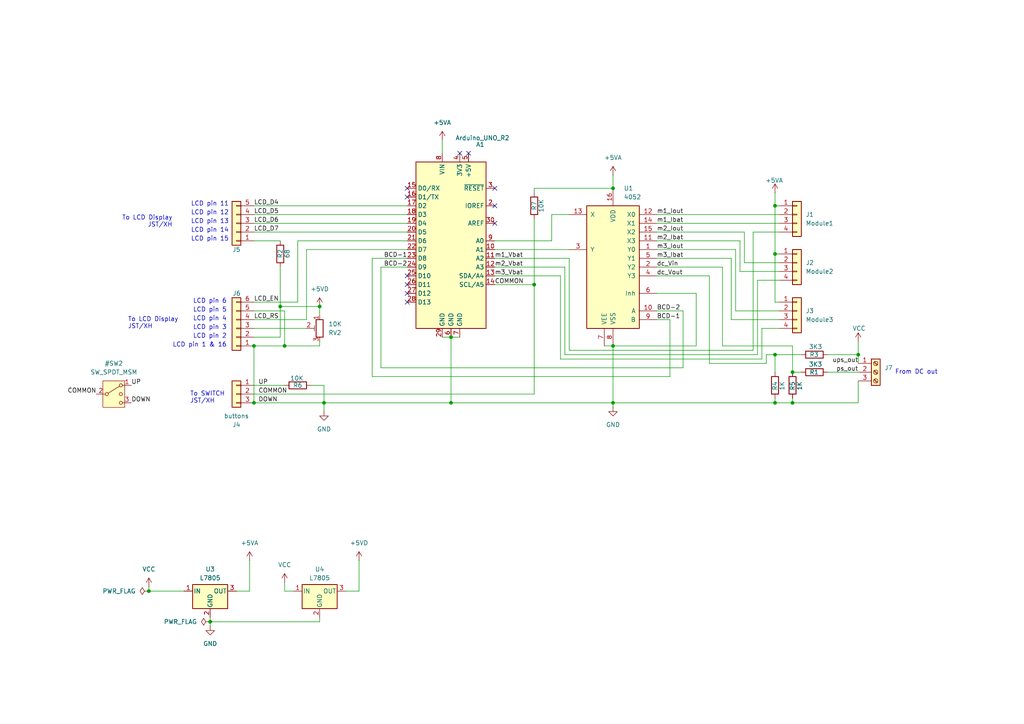
<source format=kicad_sch>
(kicad_sch (version 20250114) (generator "eeschema") (generator_version "9.0")
  (paper "A4")
  (lib_symbols
    (symbol "+5VD_1" (power) (pin_numbers (hide yes)) (pin_names (offset 0) (hide yes))
      (property "Value" "+5VD" (at 0 3.556 0))
      (symbol "+5VD_1_0_1"
        (polyline (pts (xy -0.762 1.27) (xy 0 2.54)))
        (polyline (pts (xy 0 2.54) (xy 0.762 1.27)))
        (polyline (pts (xy 0 0) (xy 0 2.54)))
      )
      (symbol "+5VD_1_1_1"
        (pin power_in line (at 0 0 90) (length 0) (name "~") (number "1"))
      )
    )
    (symbol "4xxx:4052" (pin_names (offset 1.016))
      (property "Reference" "U" (at -7.62 19.05 0))
      (property "Value" "4052" (at -7.62 -19.05 0))
      (symbol "4052_1_0"
        (pin passive line (at -12.7 15.24 0) (length 5.08) (name "X0") (number "12"))
        (pin passive line (at -12.7 12.7 0) (length 5.08) (name "X1") (number "14"))
        (pin passive line (at -12.7 10.16 0) (length 5.08) (name "X2") (number "15"))
        (pin passive line (at -12.7 7.62 0) (length 5.08) (name "X3") (number "11"))
        (pin passive line (at -12.7 5.08 0) (length 5.08) (name "Y0") (number "1"))
        (pin passive line (at -12.7 2.54 0) (length 5.08) (name "Y1") (number "5"))
        (pin passive line (at -12.7 0 0) (length 5.08) (name "Y2") (number "2"))
        (pin passive line (at -12.7 -2.54 0) (length 5.08) (name "Y3") (number "4"))
        (pin input line (at -12.7 -7.62 0) (length 5.08) (name "Inh") (number "6"))
        (pin input line (at -12.7 -12.7 0) (length 5.08) (name "A") (number "10"))
        (pin input line (at -12.7 -15.24 0) (length 5.08) (name "B") (number "9"))
        (pin power_in line (at 0 22.86 270) (length 5.08) (name "VDD") (number "16"))
        (pin power_in line (at 0 -22.86 90) (length 5.08) (name "VSS") (number "8"))
        (pin power_in line (at 2.54 -22.86 90) (length 5.08) (name "VEE") (number "7"))
        (pin passive line (at 12.7 15.24 180) (length 5.08) (name "X") (number "13"))
        (pin passive line (at 12.7 5.08 180) (length 5.08) (name "Y") (number "3"))
      )
      (symbol "4052_1_1"
        (rectangle (start -7.62 17.78) (end 7.62 -17.78) (stroke (width 0.254)) (fill (type background)))
      )
    )
    (symbol "Connector:Screw_Terminal_01x03" (pin_names (offset 1.016) (hide yes))
      (property "Reference" "J" (at 0 5.08 0))
      (property "Value" "Screw_Terminal_01x03" (at 0 -5.08 0))
      (symbol "Screw_Terminal_01x03_1_1"
        (rectangle (start -1.27 3.81) (end 1.27 -3.81) (stroke (width 0.254)) (fill (type background)))
        (polyline (pts (xy -0.5334 2.8702) (xy 0.3302 2.032)) (stroke (width 0.1524)))
        (polyline (pts (xy -0.5334 0.3302) (xy 0.3302 -0.508)) (stroke (width 0.1524)))
        (polyline (pts (xy -0.5334 -2.2098) (xy 0.3302 -3.048)) (stroke (width 0.1524)))
        (polyline (pts (xy -0.3556 3.048) (xy 0.508 2.2098)) (stroke (width 0.1524)))
        (polyline (pts (xy -0.3556 0.508) (xy 0.508 -0.3302)) (stroke (width 0.1524)))
        (polyline (pts (xy -0.3556 -2.032) (xy 0.508 -2.8702)) (stroke (width 0.1524)))
        (circle (center 0 2.54) (radius 0.635) (stroke (width 0.1524)))
        (circle (center 0 0) (radius 0.635) (stroke (width 0.1524)))
        (circle (center 0 -2.54) (radius 0.635) (stroke (width 0.1524)))
        (pin passive line (at -5.08 2.54 0) (length 3.81) (name "Pin_1") (number "1"))
        (pin passive line (at -5.08 0 0) (length 3.81) (name "Pin_2") (number "2"))
        (pin passive line (at -5.08 -2.54 0) (length 3.81) (name "Pin_3") (number "3"))
      )
    )
    (symbol "Connector_Generic:Conn_01x03" (pin_names (offset 1.016) (hide yes))
      (property "Reference" "J" (at 0 5.08 0))
      (property "Value" "Conn_01x03" (at 0 -5.08 0))
      (symbol "Conn_01x03_1_1"
        (rectangle (start -1.27 3.81) (end 1.27 -3.81) (stroke (width 0.254)) (fill (type background)))
        (rectangle (start -1.27 2.667) (end 0 2.413) (stroke (width 0.1524)))
        (rectangle (start -1.27 0.127) (end 0 -0.127) (stroke (width 0.1524)))
        (rectangle (start -1.27 -2.413) (end 0 -2.667) (stroke (width 0.1524)))
        (pin passive line (at -5.08 2.54 0) (length 3.81) (name "Pin_1") (number "1"))
        (pin passive line (at -5.08 0 0) (length 3.81) (name "Pin_2") (number "2"))
        (pin passive line (at -5.08 -2.54 0) (length 3.81) (name "Pin_3") (number "3"))
      )
    )
    (symbol "Connector_Generic:Conn_01x04" (pin_names (offset 1.016) (hide yes))
      (property "Reference" "J" (at 0 5.08 0))
      (property "Value" "Conn_01x04" (at 0 -7.62 0))
      (symbol "Conn_01x04_1_1"
        (rectangle (start -1.27 3.81) (end 1.27 -6.35) (stroke (width 0.254)) (fill (type background)))
        (rectangle (start -1.27 2.667) (end 0 2.413) (stroke (width 0.1524)))
        (rectangle (start -1.27 0.127) (end 0 -0.127) (stroke (width 0.1524)))
        (rectangle (start -1.27 -2.413) (end 0 -2.667) (stroke (width 0.1524)))
        (rectangle (start -1.27 -4.953) (end 0 -5.207) (stroke (width 0.1524)))
        (pin passive line (at -5.08 2.54 0) (length 3.81) (name "Pin_1") (number "1"))
        (pin passive line (at -5.08 0 0) (length 3.81) (name "Pin_2") (number "2"))
        (pin passive line (at -5.08 -2.54 0) (length 3.81) (name "Pin_3") (number "3"))
        (pin passive line (at -5.08 -5.08 0) (length 3.81) (name "Pin_4") (number "4"))
      )
    )
    (symbol "Connector_Generic:Conn_01x05" (pin_names (offset 1.016) (hide yes))
      (property "Reference" "J" (at 0 7.62 0))
      (property "Value" "Conn_01x05" (at 0 -7.62 0))
      (symbol "Conn_01x05_1_1"
        (rectangle (start -1.27 6.35) (end 1.27 -6.35) (stroke (width 0.254)) (fill (type background)))
        (rectangle (start -1.27 5.207) (end 0 4.953) (stroke (width 0.1524)))
        (rectangle (start -1.27 2.667) (end 0 2.413) (stroke (width 0.1524)))
        (rectangle (start -1.27 0.127) (end 0 -0.127) (stroke (width 0.1524)))
        (rectangle (start -1.27 -2.413) (end 0 -2.667) (stroke (width 0.1524)))
        (rectangle (start -1.27 -4.953) (end 0 -5.207) (stroke (width 0.1524)))
        (pin passive line (at -5.08 5.08 0) (length 3.81) (name "Pin_1") (number "1"))
        (pin passive line (at -5.08 2.54 0) (length 3.81) (name "Pin_2") (number "2"))
        (pin passive line (at -5.08 0 0) (length 3.81) (name "Pin_3") (number "3"))
        (pin passive line (at -5.08 -2.54 0) (length 3.81) (name "Pin_4") (number "4"))
        (pin passive line (at -5.08 -5.08 0) (length 3.81) (name "Pin_5") (number "5"))
      )
    )
    (symbol "Connector_Generic:Conn_01x06" (pin_names (offset 1.016) (hide yes))
      (property "Reference" "J" (at 0 7.62 0))
      (property "Value" "Conn_01x06" (at 0 -10.16 0))
      (symbol "Conn_01x06_1_1"
        (rectangle (start -1.27 6.35) (end 1.27 -8.89) (stroke (width 0.254)) (fill (type background)))
        (rectangle (start -1.27 5.207) (end 0 4.953) (stroke (width 0.1524)))
        (rectangle (start -1.27 2.667) (end 0 2.413) (stroke (width 0.1524)))
        (rectangle (start -1.27 0.127) (end 0 -0.127) (stroke (width 0.1524)))
        (rectangle (start -1.27 -2.413) (end 0 -2.667) (stroke (width 0.1524)))
        (rectangle (start -1.27 -4.953) (end 0 -5.207) (stroke (width 0.1524)))
        (rectangle (start -1.27 -7.493) (end 0 -7.747) (stroke (width 0.1524)))
        (pin passive line (at -5.08 5.08 0) (length 3.81) (name "Pin_1") (number "1"))
        (pin passive line (at -5.08 2.54 0) (length 3.81) (name "Pin_2") (number "2"))
        (pin passive line (at -5.08 0 0) (length 3.81) (name "Pin_3") (number "3"))
        (pin passive line (at -5.08 -2.54 0) (length 3.81) (name "Pin_4") (number "4"))
        (pin passive line (at -5.08 -5.08 0) (length 3.81) (name "Pin_5") (number "5"))
        (pin passive line (at -5.08 -7.62 0) (length 3.81) (name "Pin_6") (number "6"))
      )
    )
    (symbol "Device:R" (pin_numbers (hide yes)) (pin_names (offset 0))
      (property "Reference" "R" (at 2.032 0 90))
      (property "Value" "R" (at 0 0 90))
      (symbol "R_0_1"
        (rectangle (start -1.016 -2.54) (end 1.016 2.54) (stroke (width 0.254)))
      )
      (symbol "R_1_1"
        (pin passive line (at 0 3.81 270) (length 1.27) (name "~") (number "1"))
        (pin passive line (at 0 -3.81 90) (length 1.27) (name "~") (number "2"))
      )
    )
    (symbol "Device:R_Potentiometer_Trim" (pin_names (offset 1.016) (hide yes))
      (property "Reference" "RV" (at -4.445 0 90))
      (property "Value" "R_Potentiometer_Trim" (at -2.54 0 90))
      (symbol "R_Potentiometer_Trim_0_1"
        (rectangle (start 1.016 2.54) (end -1.016 -2.54) (stroke (width 0.254)))
        (polyline (pts (xy 1.524 0.762) (xy 1.524 -0.762)))
        (polyline (pts (xy 2.54 0) (xy 1.524 0)))
      )
      (symbol "R_Potentiometer_Trim_1_1"
        (pin passive line (at 0 3.81 270) (length 1.27) (name "1") (number "1"))
        (pin passive line (at 0 -3.81 90) (length 1.27) (name "3") (number "3"))
        (pin passive line (at 3.81 0 180) (length 1.27) (name "2") (number "2"))
      )
    )
    (symbol "MCU_Module:Arduino_UNO_R2"
      (property "Reference" "A" (at -10.16 23.495 0))
      (property "Value" "Arduino_UNO_R2" (at 5.08 -26.67 0))
      (symbol "Arduino_UNO_R2_0_1"
        (rectangle (start -10.16 22.86) (end 10.16 -25.4) (stroke (width 0.254)) (fill (type background)))
      )
      (symbol "Arduino_UNO_R2_1_1"
        (pin bidirectional line (at -12.7 15.24 0) (length 2.54) (name "D0/RX") (number "15"))
        (pin bidirectional line (at -12.7 12.7 0) (length 2.54) (name "D1/TX") (number "16"))
        (pin bidirectional line (at -12.7 10.16 0) (length 2.54) (name "D2") (number "17"))
        (pin bidirectional line (at -12.7 7.62 0) (length 2.54) (name "D3") (number "18"))
        (pin bidirectional line (at -12.7 5.08 0) (length 2.54) (name "D4") (number "19"))
        (pin bidirectional line (at -12.7 2.54 0) (length 2.54) (name "D5") (number "20"))
        (pin bidirectional line (at -12.7 0 0) (length 2.54) (name "D6") (number "21"))
        (pin bidirectional line (at -12.7 -2.54 0) (length 2.54) (name "D7") (number "22"))
        (pin bidirectional line (at -12.7 -5.08 0) (length 2.54) (name "D8") (number "23"))
        (pin bidirectional line (at -12.7 -7.62 0) (length 2.54) (name "D9") (number "24"))
        (pin bidirectional line (at -12.7 -10.16 0) (length 2.54) (name "D10") (number "25"))
        (pin bidirectional line (at -12.7 -12.7 0) (length 2.54) (name "D11") (number "26"))
        (pin bidirectional line (at -12.7 -15.24 0) (length 2.54) (name "D12") (number "27"))
        (pin bidirectional line (at -12.7 -17.78 0) (length 2.54) (name "D13") (number "28"))
        (pin no_connect line (at -10.16 -20.32 0) (length 2.54) (hide yes) (name "NC") (number "1"))
        (pin power_in line (at -2.54 25.4 270) (length 2.54) (name "VIN") (number "8"))
        (pin power_in line (at -2.54 -27.94 90) (length 2.54) (name "GND") (number "29"))
        (pin power_in line (at 0 -27.94 90) (length 2.54) (name "GND") (number "6"))
        (pin power_out line (at 2.54 25.4 270) (length 2.54) (name "3V3") (number "4"))
        (pin power_in line (at 2.54 -27.94 90) (length 2.54) (name "GND") (number "7"))
        (pin power_out line (at 5.08 25.4 270) (length 2.54) (name "+5V") (number "5"))
        (pin input line (at 12.7 15.24 180) (length 2.54) (name "~{RESET}") (number "3"))
        (pin output line (at 12.7 10.16 180) (length 2.54) (name "IOREF") (number "2"))
        (pin input line (at 12.7 5.08 180) (length 2.54) (name "AREF") (number "30"))
        (pin bidirectional line (at 12.7 0 180) (length 2.54) (name "A0") (number "9"))
        (pin bidirectional line (at 12.7 -2.54 180) (length 2.54) (name "A1") (number "10"))
        (pin bidirectional line (at 12.7 -5.08 180) (length 2.54) (name "A2") (number "11"))
        (pin bidirectional line (at 12.7 -7.62 180) (length 2.54) (name "A3") (number "12"))
        (pin bidirectional line (at 12.7 -10.16 180) (length 2.54) (name "SDA/A4") (number "13"))
        (pin bidirectional line (at 12.7 -12.7 180) (length 2.54) (name "SCL/A5") (number "14"))
      )
    )
    (symbol "Regulator_Linear:L7805" (pin_names (offset 0.254))
      (property "Reference" "U" (at -3.81 3.175 0))
      (property "Value" "L7805" (at 0 3.175 0))
      (symbol "L7805_0_1"
        (rectangle (start -5.08 1.905) (end 5.08 -5.08) (stroke (width 0.254)) (fill (type background)))
      )
      (symbol "L7805_1_1"
        (pin power_in line (at -7.62 0 0) (length 2.54) (name "IN") (number "1"))
        (pin power_in line (at 0 -7.62 90) (length 2.54) (name "GND") (number "2"))
        (pin power_out line (at 7.62 0 180) (length 2.54) (name "OUT") (number "3"))
      )
    )
    (symbol "Switch:SW_SPDT_MSM" (pin_names (offset 0) (hide yes))
      (property "Reference" "SW" (at 0 5.08 0))
      (property "Value" "SW_SPDT_MSM" (at 0 -5.08 0))
      (symbol "SW_SPDT_MSM_0_1"
        (circle (center -2.032 0) (radius 0.4572))
        (polyline (pts (xy -1.651 0.254) (xy 1.651 2.286)))
        (circle (center 2.032 2.54) (radius 0.4572))
        (circle (center 2.032 0) (radius 0.4572))
        (circle (center 2.032 -2.54) (radius 0.4572))
      )
      (symbol "SW_SPDT_MSM_1_1"
        (rectangle (start -3.175 3.81) (end 3.175 -3.81) (fill (type background)))
        (pin passive line (at -5.08 0 0) (length 2.54) (name "3") (number "2"))
        (pin passive line (at 5.08 2.54 180) (length 2.54) (name "1") (number "1"))
        (pin passive line (at 5.08 -2.54 180) (length 2.54) (name "4") (number "3"))
      )
    )
    (symbol "power:+5VA" (power) (pin_numbers (hide yes)) (pin_names (offset 0) (hide yes))
      (property "Value" "+5VA" (at 0 3.556 0))
      (symbol "+5VA_0_1"
        (polyline (pts (xy -0.762 1.27) (xy 0 2.54)))
        (polyline (pts (xy 0 2.54) (xy 0.762 1.27)))
        (polyline (pts (xy 0 0) (xy 0 2.54)))
      )
      (symbol "+5VA_1_1"
        (pin power_in line (at 0 0 90) (length 0) (name "~") (number "1"))
      )
    )
    (symbol "power:GND" (power) (pin_numbers (hide yes)) (pin_names (offset 0) (hide yes))
      (property "Value" "GND" (at 0 -3.81 0))
      (symbol "GND_0_1"
        (polyline (pts (xy 0 0) (xy 0 -1.27) (xy 1.27 -1.27) (xy 0 -2.54) (xy -1.27 -1.27) (xy 0 -1.27)))
      )
      (symbol "GND_1_1"
        (pin power_in line (at 0 0 270) (length 0) (name "~") (number "1"))
      )
    )
    (symbol "power:PWR_FLAG" (power) (pin_numbers (hide yes)) (pin_names (offset 0) (hide yes))
      (property "Value" "PWR_FLAG" (at 0 3.81 0))
      (symbol "PWR_FLAG_0_0"
        (pin power_out line (at 0 0 90) (length 0) (name "~") (number "1"))
      )
      (symbol "PWR_FLAG_0_1"
        (polyline (pts (xy 0 0) (xy 0 1.27) (xy -1.016 1.905) (xy 0 2.54) (xy 1.016 1.905) (xy 0 1.27)))
      )
    )
    (symbol "power:VCC" (power) (pin_numbers (hide yes)) (pin_names (offset 0) (hide yes))
      (property "Value" "VCC" (at 0 3.556 0))
      (symbol "VCC_0_1"
        (polyline (pts (xy -0.762 1.27) (xy 0 2.54)))
        (polyline (pts (xy 0 2.54) (xy 0.762 1.27)))
        (polyline (pts (xy 0 0) (xy 0 2.54)))
      )
      (symbol "VCC_1_1"
        (pin power_in line (at 0 0 90) (length 0) (name "~") (number "1"))
      )
    )
  )
  (text "LCD pin 13" (at 55.372 65.024 0) (effects (font (size 1.27 1.27)) (justify left bottom)))
  (text "LCD pin 3" (at 65.786 95.758 0) (effects (font (size 1.27 1.27)) (justify right bottom)))
  (text "LCD pin 11" (at 55.372 59.944 0) (effects (font (size 1.27 1.27)) (justify left bottom)))
  (text "LCD pin 15" (at 55.372 70.104 0) (effects (font (size 1.27 1.27)) (justify left bottom)))
  (text "To SWITCH\nJST/XH" (at 55.118 117.094 0) (effects (font (size 1.27 1.27)) (justify left bottom)))
  (text "LCD pin 14" (at 55.372 67.564 0) (effects (font (size 1.27 1.27)) (justify left bottom)))
  (text "To LCD Display\nJST/XH" (at 37.084 95.504 0) (effects (font (size 1.27 1.27)) (justify left bottom)))
  (text "LCD pin 1 & 16" (at 65.786 100.838 0) (effects (font (size 1.27 1.27)) (justify right bottom)))
  (text "LCD pin 12" (at 55.372 62.484 0) (effects (font (size 1.27 1.27)) (justify left bottom)))
  (text "LCD pin 5" (at 65.786 90.678 0) (effects (font (size 1.27 1.27)) (justify right bottom)))
  (text "LCD pin 4" (at 65.786 93.218 0) (effects (font (size 1.27 1.27)) (justify right bottom)))
  (text "LCD pin 6" (at 65.786 88.138 0) (effects (font (size 1.27 1.27)) (justify right bottom)))
  (text "To LCD Display\nJST/XH" (at 50.038 66.04 0) (effects (font (size 1.27 1.27)) (justify right bottom)))
  (text "LCD pin 2" (at 65.786 98.298 0) (effects (font (size 1.27 1.27)) (justify right bottom)))
  (text "From DC out" (at 259.588 108.712 0) (effects (font (size 1.27 1.27)) (justify left bottom)))
  (junction (at 43.18 171.45))
  (junction (at 224.79 59.69))
  (junction (at 60.96 180.34))
  (junction (at 81.28 88.9))
  (junction (at 130.81 116.84))
  (junction (at 177.8 54.61))
  (junction (at 224.79 116.84))
  (junction (at 73.66 100.33))
  (junction (at 154.94 82.55))
  (junction (at 177.8 100.33))
  (junction (at 248.92 102.87))
  (junction (at 224.79 73.66))
  (junction (at 93.98 116.84))
  (junction (at 229.87 107.95))
  (junction (at 92.71 88.9))
  (junction (at 224.79 102.87))
  (junction (at 229.87 116.84))
  (junction (at 130.81 97.79))
  (junction (at 82.55 100.33))
  (junction (at 177.8 116.84))
  (junction (at 73.66 116.84))
  (no_connect (at 118.11 57.15))
  (no_connect (at 143.51 59.69))
  (no_connect (at 143.51 54.61))
  (no_connect (at 133.35 44.45))
  (no_connect (at 118.11 85.09))
  (no_connect (at 118.11 87.63))
  (no_connect (at 135.89 44.45))
  (no_connect (at 118.11 54.61))
  (no_connect (at 118.11 82.55))
  (no_connect (at 143.51 64.77))
  (no_connect (at 118.11 80.01))
  (wire (pts (xy 177.8 100.33) (xy 177.8 116.84)))
  (wire (pts (xy 162.56 104.14) (xy 220.98 104.14)))
  (wire (pts (xy 212.09 74.93) (xy 212.09 92.71)))
  (wire (pts (xy 154.94 82.55) (xy 154.94 114.3)))
  (wire (pts (xy 73.66 100.33) (xy 73.66 116.84)))
  (wire (pts (xy 224.79 73.66) (xy 226.06 73.66)))
  (wire (pts (xy 224.79 59.69) (xy 224.79 73.66)))
  (wire (pts (xy 154.94 54.61) (xy 154.94 55.88)))
  (wire (pts (xy 73.66 90.17) (xy 82.55 90.17)))
  (wire (pts (xy 177.8 54.61) (xy 154.94 54.61)))
  (wire (pts (xy 229.87 107.95) (xy 232.41 107.95)))
  (wire (pts (xy 215.9 76.2) (xy 226.06 76.2)))
  (wire (pts (xy 82.55 100.33) (xy 92.71 100.33)))
  (wire (pts (xy 43.18 171.45) (xy 53.34 171.45)))
  (wire (pts (xy 92.71 88.9) (xy 92.71 91.44)))
  (wire (pts (xy 177.8 100.33) (xy 201.93 100.33)))
  (wire (pts (xy 194.31 92.71) (xy 194.31 109.22)))
  (wire (pts (xy 60.96 180.34) (xy 60.96 181.61)))
  (wire (pts (xy 224.79 102.87) (xy 222.25 102.87)))
  (wire (pts (xy 93.98 116.84) (xy 130.81 116.84)))
  (wire (pts (xy 43.18 170.18) (xy 43.18 171.45)))
  (wire (pts (xy 190.5 85.09) (xy 201.93 85.09)))
  (wire (pts (xy 190.5 62.23) (xy 226.06 62.23)))
  (wire (pts (xy 165.1 74.93) (xy 165.1 101.6)))
  (wire (pts (xy 73.66 87.63) (xy 86.36 87.63)))
  (wire (pts (xy 190.5 64.77) (xy 226.06 64.77)))
  (wire (pts (xy 224.79 59.69) (xy 226.06 59.69)))
  (wire (pts (xy 88.9 92.71) (xy 88.9 72.39)))
  (wire (pts (xy 209.55 100.33) (xy 229.87 100.33)))
  (wire (pts (xy 175.26 100.33) (xy 177.8 100.33)))
  (wire (pts (xy 88.9 72.39) (xy 118.11 72.39)))
  (wire (pts (xy 163.83 77.47) (xy 163.83 102.87)))
  (wire (pts (xy 177.8 116.84) (xy 177.8 118.11)))
  (wire (pts (xy 190.5 69.85) (xy 214.63 69.85)))
  (wire (pts (xy 213.36 90.17) (xy 226.06 90.17)))
  (wire (pts (xy 212.09 92.71) (xy 226.06 92.71)))
  (wire (pts (xy 190.5 90.17) (xy 198.12 90.17)))
  (wire (pts (xy 229.87 116.84) (xy 248.92 116.84)))
  (wire (pts (xy 190.5 92.71) (xy 194.31 92.71)))
  (wire (pts (xy 92.71 180.34) (xy 92.71 179.07)))
  (wire (pts (xy 198.12 90.17) (xy 198.12 106.68)))
  (wire (pts (xy 163.83 102.87) (xy 219.71 102.87)))
  (wire (pts (xy 209.55 77.47) (xy 209.55 100.33)))
  (wire (pts (xy 60.96 180.34) (xy 92.71 180.34)))
  (wire (pts (xy 224.79 55.88) (xy 224.79 59.69)))
  (wire (pts (xy 224.79 87.63) (xy 226.06 87.63)))
  (wire (pts (xy 73.66 69.85) (xy 81.28 69.85)))
  (wire (pts (xy 73.66 92.71) (xy 88.9 92.71)))
  (wire (pts (xy 72.39 171.45) (xy 68.58 171.45)))
  (wire (pts (xy 73.66 95.25) (xy 88.9 95.25)))
  (wire (pts (xy 224.79 102.87) (xy 224.79 107.95)))
  (wire (pts (xy 248.92 99.06) (xy 248.92 102.87)))
  (wire (pts (xy 82.55 171.45) (xy 85.09 171.45)))
  (wire (pts (xy 219.71 102.87) (xy 219.71 81.28)))
  (wire (pts (xy 232.41 102.87) (xy 224.79 102.87)))
  (wire (pts (xy 104.14 162.56) (xy 104.14 171.45)))
  (wire (pts (xy 160.02 62.23) (xy 160.02 69.85)))
  (wire (pts (xy 81.28 97.79) (xy 81.28 88.9)))
  (wire (pts (xy 154.94 63.5) (xy 154.94 82.55)))
  (wire (pts (xy 73.66 59.69) (xy 118.11 59.69)))
  (wire (pts (xy 143.51 69.85) (xy 160.02 69.85)))
  (wire (pts (xy 73.66 62.23) (xy 118.11 62.23)))
  (wire (pts (xy 220.98 95.25) (xy 226.06 95.25)))
  (wire (pts (xy 177.8 116.84) (xy 224.79 116.84)))
  (wire (pts (xy 190.5 77.47) (xy 209.55 77.47)))
  (wire (pts (xy 143.51 77.47) (xy 163.83 77.47)))
  (wire (pts (xy 224.79 73.66) (xy 224.79 87.63)))
  (wire (pts (xy 177.8 50.8) (xy 177.8 54.61)))
  (wire (pts (xy 130.81 116.84) (xy 177.8 116.84)))
  (wire (pts (xy 73.66 67.31) (xy 118.11 67.31)))
  (wire (pts (xy 107.95 109.22) (xy 194.31 109.22)))
  (wire (pts (xy 214.63 69.85) (xy 214.63 78.74)))
  (wire (pts (xy 73.66 100.33) (xy 82.55 100.33)))
  (wire (pts (xy 81.28 88.9) (xy 92.71 88.9)))
  (wire (pts (xy 110.49 106.68) (xy 110.49 77.47)))
  (wire (pts (xy 190.5 72.39) (xy 213.36 72.39)))
  (wire (pts (xy 248.92 102.87) (xy 248.92 105.41)))
  (wire (pts (xy 214.63 78.74) (xy 226.06 78.74)))
  (wire (pts (xy 130.81 97.79) (xy 130.81 116.84)))
  (wire (pts (xy 72.39 162.56) (xy 72.39 171.45)))
  (wire (pts (xy 93.98 111.76) (xy 93.98 116.84)))
  (wire (pts (xy 215.9 67.31) (xy 215.9 76.2)))
  (wire (pts (xy 219.71 81.28) (xy 226.06 81.28)))
  (wire (pts (xy 165.1 101.6) (xy 218.44 101.6)))
  (wire (pts (xy 73.66 114.3) (xy 154.94 114.3)))
  (wire (pts (xy 73.66 116.84) (xy 93.98 116.84)))
  (wire (pts (xy 73.66 111.76) (xy 82.55 111.76)))
  (wire (pts (xy 218.44 101.6) (xy 218.44 67.31)))
  (wire (pts (xy 190.5 67.31) (xy 215.9 67.31)))
  (wire (pts (xy 213.36 72.39) (xy 213.36 90.17)))
  (wire (pts (xy 73.66 97.79) (xy 81.28 97.79)))
  (wire (pts (xy 90.17 111.76) (xy 93.98 111.76)))
  (wire (pts (xy 162.56 80.01) (xy 162.56 104.14)))
  (wire (pts (xy 143.51 80.01) (xy 162.56 80.01)))
  (wire (pts (xy 190.5 80.01) (xy 205.74 80.01)))
  (wire (pts (xy 143.51 82.55) (xy 154.94 82.55)))
  (wire (pts (xy 224.79 116.84) (xy 229.87 116.84)))
  (wire (pts (xy 218.44 67.31) (xy 226.06 67.31)))
  (wire (pts (xy 86.36 87.63) (xy 86.36 69.85)))
  (wire (pts (xy 222.25 102.87) (xy 222.25 105.41)))
  (wire (pts (xy 190.5 74.93) (xy 212.09 74.93)))
  (wire (pts (xy 128.27 40.64) (xy 128.27 44.45)))
  (wire (pts (xy 81.28 88.9) (xy 81.28 77.47)))
  (wire (pts (xy 165.1 62.23) (xy 160.02 62.23)))
  (wire (pts (xy 93.98 116.84) (xy 93.98 119.38)))
  (wire (pts (xy 143.51 74.93) (xy 165.1 74.93)))
  (wire (pts (xy 240.03 102.87) (xy 248.92 102.87)))
  (wire (pts (xy 118.11 74.93) (xy 107.95 74.93)))
  (wire (pts (xy 82.55 90.17) (xy 82.55 100.33)))
  (wire (pts (xy 107.95 74.93) (xy 107.95 109.22)))
  (wire (pts (xy 73.66 64.77) (xy 118.11 64.77)))
  (wire (pts (xy 222.25 105.41) (xy 205.74 105.41)))
  (wire (pts (xy 60.96 179.07) (xy 60.96 180.34)))
  (wire (pts (xy 229.87 115.57) (xy 229.87 116.84)))
  (wire (pts (xy 110.49 106.68) (xy 198.12 106.68)))
  (wire (pts (xy 229.87 100.33) (xy 229.87 107.95)))
  (wire (pts (xy 201.93 85.09) (xy 201.93 100.33)))
  (wire (pts (xy 248.92 116.84) (xy 248.92 110.49)))
  (wire (pts (xy 143.51 72.39) (xy 165.1 72.39)))
  (wire (pts (xy 92.71 100.33) (xy 92.71 99.06)))
  (wire (pts (xy 240.03 107.95) (xy 248.92 107.95)))
  (wire (pts (xy 220.98 95.25) (xy 220.98 104.14)))
  (wire (pts (xy 86.36 69.85) (xy 118.11 69.85)))
  (wire (pts (xy 130.81 97.79) (xy 133.35 97.79)))
  (wire (pts (xy 104.14 171.45) (xy 100.33 171.45)))
  (wire (pts (xy 82.55 168.91) (xy 82.55 171.45)))
  (wire (pts (xy 205.74 80.01) (xy 205.74 105.41)))
  (wire (pts (xy 128.27 97.79) (xy 130.81 97.79)))
  (wire (pts (xy 110.49 77.47) (xy 118.11 77.47)))
  (wire (pts (xy 224.79 115.57) (xy 224.79 116.84)))
  (label "ps_out" (at 248.92 107.95 180))
  (label "LCD_RS" (at 73.66 92.71 0))
  (label "COMMON" (at 74.93 114.3 0))
  (label "BCD-1" (at 118.11 74.93 180))
  (label "DOWN" (at 38.1 116.84 0))
  (label "m1_Vbat" (at 143.51 74.93 0))
  (label "m3_Vbat" (at 143.51 80.01 0))
  (label "LCD_D6" (at 73.66 64.77 0))
  (label "dc_Vin" (at 190.5 77.47 0))
  (label "BCD-2" (at 118.11 77.47 180))
  (label "DOWN" (at 74.93 116.84 0))
  (label "m3_Iout" (at 190.5 72.39 0))
  (label "m1_Ibat" (at 190.5 64.77 0))
  (label "UP" (at 74.93 111.76 0))
  (label "COMMON" (at 143.51 82.55 0))
  (label "m2_Iout" (at 190.5 67.31 0))
  (label "m3_Ibat" (at 190.5 74.93 0))
  (label "m2_Ibat" (at 190.5 69.85 0))
  (label "m2_Vbat" (at 143.51 77.47 0))
  (label "BCD-1" (at 190.5 92.71 0))
  (label "BCD-2" (at 190.5 90.17 0))
  (label "UP" (at 38.1 111.76 0))
  (label "COMMON" (at 27.94 114.3 180))
  (label "LCD_D5" (at 73.66 62.23 0))
  (label "LCD_D7" (at 73.66 67.31 0))
  (label "dc_Vout" (at 190.5 80.01 0))
  (label "ups_out" (at 248.92 105.41 180))
  (label "m1_Iout" (at 190.5 62.23 0))
  (label "LCD_EN" (at 73.66 87.63 0))
  (label "LCD_D4" (at 73.66 59.69 0))
  (symbol (lib_id "Connector_Generic:Conn_01x04") (at 231.14 62.23 0) (unit 1)
    (property "Reference" "J1" (at 233.68 62.2299 0) (effects (justify left)))
    (property "Value" "Module1" (at 233.68 64.7699 0) (effects (justify left)))
    (property "Footprint" "Connector_JST:JST_XH_B4B-XH-A_1x04_P2.50mm_Vertical" (effects (hide yes)))
    (property "Description" "Generic connector, single row, 01x04, script generated (kicad-library-utils/schlib/autogen/connector/)" (effects (hide yes)))
  )
  (symbol (lib_id "power:GND") (at 177.8 118.11 0) (unit 1)
    (property "Reference" "#PWR015" (effects (hide yes)))
    (property "Value" "GND" (at 177.8 123.19 0))
    (property "Description" "Power symbol creates a global label with name \"GND\" , ground" (effects (hide yes)))
  )
  (symbol (lib_id "power:+5VA") (at 72.39 162.56 0) (unit 1)
    (property "Reference" "#PWR08" (effects (hide yes)))
    (property "Value" "+5VA" (at 72.39 157.48 0))
    (property "Description" "Power symbol creates a global label with name \"+5VA\"" (effects (hide yes)))
  )
  (symbol (lib_id "Device:R") (at 154.94 59.69 180) (unit 1)
    (property "Reference" "R7" (at 154.94 59.69 90))
    (property "Value" "10K" (at 156.972 59.69 90))
    (property "Footprint" "Resistor_THT:R_Axial_DIN0204_L3.6mm_D1.6mm_P7.62mm_Horizontal" (effects (hide yes)))
    (property "Description" "Resistor" (effects (hide yes)))
  )
  (symbol (lib_id "power:PWR_FLAG") (at 43.18 171.45 90) (unit 1)
    (property "Reference" "#FLG03" (effects (hide yes)))
    (property "Value" "PWR_FLAG" (at 39.37 171.4499 90) (effects (justify left)))
    (property "Description" "Special symbol for telling ERC where power comes from" (effects (hide yes)))
  )
  (symbol (lib_id "Connector_Generic:Conn_01x03") (at 68.58 114.3 0) (mirror y) (unit 1)
    (property "Reference" "J4" (at 68.58 123.19 0))
    (property "Value" "buttons" (at 68.58 120.65 0))
    (property "Footprint" "Connector_JST:JST_XH_B3B-XH-A_1x03_P2.50mm_Vertical" (effects (hide yes)))
    (property "Description" "Generic connector, single row, 01x03, script generated (kicad-library-utils/schlib/autogen/connector/)" (effects (hide yes)))
  )
  (symbol (lib_id "power:GND") (at 93.98 119.38 0) (unit 1)
    (property "Reference" "#PWR06" (effects (hide yes)))
    (property "Value" "GND" (at 93.98 124.46 0))
    (property "Description" "Power symbol creates a global label with name \"GND\" , ground" (effects (hide yes)))
  )
  (symbol (lib_id "power:VCC") (at 82.55 168.91 0) (unit 1)
    (property "Reference" "#PWR07" (effects (hide yes)))
    (property "Value" "VCC" (at 82.55 163.83 0))
    (property "Description" "Power symbol creates a global label with name \"VCC\"" (effects (hide yes)))
  )
  (symbol (lib_id "power:PWR_FLAG") (at 60.96 180.34 90) (unit 1)
    (property "Reference" "#FLG04" (effects (hide yes)))
    (property "Value" "PWR_FLAG" (at 57.15 180.3399 90) (effects (justify left)))
    (property "Description" "Special symbol for telling ERC where power comes from" (effects (hide yes)))
  )
  (symbol (lib_id "Regulator_Linear:L7805") (at 60.96 171.45 0) (unit 1)
    (property "Reference" "U3" (at 60.96 165.1 0))
    (property "Value" "L7805" (at 60.96 167.64 0))
    (property "Footprint" "Package_TO_SOT_THT:TO-220-3_Vertical" (effects (hide yes)))
    (property "Datasheet" "http://www.st.com/content/ccc/resource/technical/document/datasheet/41/4f/b3/b0/12/d4/47/88/CD00000444.pdf/files/CD00000444.pdf/jcr:content/translations/en.CD00000444.pdf" (effects (hide yes)))
    (property "Description" "Positive 1.5A 35V Linear Regulator, Fixed Output 5V, TO-220/TO-263/TO-252" (effects (hide yes)))
  )
  (symbol (lib_id "Device:R") (at 224.79 111.76 0) (unit 1)
    (property "Reference" "R4" (at 224.79 113.284 90) (effects (justify left)))
    (property "Value" "1K" (at 226.822 113.284 90) (effects (justify left)))
    (property "Footprint" "Resistor_THT:R_Axial_DIN0204_L3.6mm_D1.6mm_P7.62mm_Horizontal" (effects (hide yes)))
    (property "Description" "Resistor" (effects (hide yes)))
  )
  (symbol (lib_id "Connector_Generic:Conn_01x06") (at 68.58 95.25 180) (unit 1)
    (property "Reference" "J6" (at 69.85 85.09 0) (effects (justify left)))
    (property "Value" "Display" (effects (hide yes)))
    (property "Footprint" "Connector_JST:JST_XH_B6B-XH-A_1x06_P2.50mm_Vertical" (effects (hide yes)))
  )
  (symbol (lib_id "power:+5VA") (at 177.8 50.8 0) (unit 1)
    (property "Reference" "#PWR016" (effects (hide yes)))
    (property "Value" "+5VA" (at 177.8 45.72 0))
    (property "Description" "Power symbol creates a global label with name \"+5VA\"" (effects (hide yes)))
  )
  (symbol (lib_id "power:GND") (at 60.96 181.61 0) (unit 1)
    (property "Reference" "#PWR05" (effects (hide yes)))
    (property "Value" "GND" (at 60.96 186.69 0))
    (property "Description" "Power symbol creates a global label with name \"GND\" , ground" (effects (hide yes)))
  )
  (symbol (lib_id "power:VCC") (at 248.92 99.06 0) (unit 1)
    (property "Reference" "#PWR01" (effects (hide yes)))
    (property "Value" "VCC" (at 249.174 95.25 0))
    (property "Description" "Power symbol creates a global label with name \"VCC\"" (effects (hide yes)))
  )
  (symbol (lib_id "Regulator_Linear:L7805") (at 92.71 171.45 0) (unit 1)
    (property "Reference" "U4" (at 92.71 165.1 0))
    (property "Value" "L7805" (at 92.71 167.64 0))
    (property "Footprint" "Package_TO_SOT_THT:TO-220-3_Vertical" (effects (hide yes)))
    (property "Datasheet" "http://www.st.com/content/ccc/resource/technical/document/datasheet/41/4f/b3/b0/12/d4/47/88/CD00000444.pdf/files/CD00000444.pdf/jcr:content/translations/en.CD00000444.pdf" (effects (hide yes)))
    (property "Description" "Positive 1.5A 35V Linear Regulator, Fixed Output 5V, TO-220/TO-263/TO-252" (effects (hide yes)))
  )
  (symbol (lib_name "+5VD_1") (lib_id "power:+5VD") (at 104.14 162.56 0) (unit 1)
    (property "Reference" "#PWR011" (effects (hide yes)))
    (property "Value" "+5VD" (at 104.14 157.48 0))
    (property "Description" "Power symbol creates a global label with name \"+5VD\"" (effects (hide yes)))
  )
  (symbol (lib_id "Device:R") (at 86.36 111.76 270) (unit 1)
    (property "Reference" "R6" (at 86.36 111.76 90))
    (property "Value" "10K" (at 86.106 109.728 90))
    (property "Footprint" "Resistor_THT:R_Axial_DIN0204_L3.6mm_D1.6mm_P7.62mm_Horizontal" (effects (hide yes)))
    (property "Description" "Resistor" (effects (hide yes)))
  )
  (symbol (lib_id "MCU_Module:Arduino_UNO_R2") (at 130.81 69.85 0) (unit 1)
    (property "Reference" "A1" (at 138.0333 41.91 0) (effects (justify left)))
    (property "Value" "Arduino_UNO_R2" (at 132.08 40.005 0) (effects (justify left)))
    (property "Footprint" "custom_lib:Arduino_UNO_R2" (effects (hide yes)))
    (property "Datasheet" "https://www.arduino.cc/en/Main/arduinoBoardUno" (effects (hide yes)))
    (property "Description" "Arduino UNO Microcontroller Module, release 2" (effects (hide yes)))
  )
  (symbol (lib_id "Device:R") (at 229.87 111.76 0) (unit 1)
    (property "Reference" "R5" (at 229.87 113.284 90) (effects (justify left)))
    (property "Value" "1K" (at 231.902 113.284 90) (effects (justify left)))
    (property "Footprint" "Resistor_THT:R_Axial_DIN0204_L3.6mm_D1.6mm_P7.62mm_Horizontal" (effects (hide yes)))
    (property "Description" "Resistor" (effects (hide yes)))
  )
  (symbol (lib_id "Device:R_Potentiometer_Trim") (at 92.71 95.25 0) (mirror y) (unit 1)
    (property "Reference" "RV2" (at 95.25 96.5201 0) (effects (justify right)))
    (property "Value" "10K" (at 95.25 93.9801 0) (effects (justify right)))
    (property "Footprint" "Potentiometer_THT:Potentiometer_Bourns_3296W_Vertical" (effects (hide yes)))
  )
  (symbol (lib_id "power:VCC") (at 43.18 170.18 0) (unit 1)
    (property "Reference" "#PWR03" (effects (hide yes)))
    (property "Value" "VCC" (at 43.18 165.1 0))
    (property "Description" "Power symbol creates a global label with name \"VCC\"" (effects (hide yes)))
  )
  (symbol (lib_id "Device:R") (at 236.22 107.95 90) (unit 1)
    (property "Reference" "R1" (at 237.49 107.95 90) (effects (justify left)))
    (property "Value" "3K3" (at 238.506 105.664 90) (effects (justify left)))
    (property "Footprint" "Resistor_THT:R_Axial_DIN0204_L3.6mm_D1.6mm_P7.62mm_Horizontal" (effects (hide yes)))
    (property "Description" "Resistor" (effects (hide yes)))
  )
  (symbol (lib_id "4xxx:4052") (at 177.8 77.47 0) (mirror y) (unit 1)
    (property "Reference" "U1" (at 180.9181 54.61 0) (effects (justify right)))
    (property "Value" "4052" (at 180.9181 57.15 0) (effects (justify right)))
    (property "Footprint" "Package_DIP:DIP-16_W7.62mm_LongPads" (effects (hide yes)))
    (property "Datasheet" "http://www.intersil.com/content/dam/Intersil/documents/cd40/cd4051bms-52bms-53bms.pdf" (effects (hide yes)))
    (property "Description" "Dual Analog Multiplexer 4 to 1 line" (effects (hide yes)))
  )
  (symbol (lib_id "Connector_Generic:Conn_01x04") (at 231.14 76.2 0) (unit 1)
    (property "Reference" "J2" (at 233.68 76.1999 0) (effects (justify left)))
    (property "Value" "Module2" (at 233.68 78.7399 0) (effects (justify left)))
    (property "Footprint" "Connector_JST:JST_XH_B4B-XH-A_1x04_P2.50mm_Vertical" (effects (hide yes)))
    (property "Description" "Generic connector, single row, 01x04, script generated (kicad-library-utils/schlib/autogen/connector/)" (effects (hide yes)))
  )
  (symbol (lib_id "Device:R") (at 236.22 102.87 90) (unit 1)
    (property "Reference" "R3" (at 237.49 102.87 90) (effects (justify left)))
    (property "Value" "3K3" (at 238.506 100.584 90) (effects (justify left)))
    (property "Footprint" "Resistor_THT:R_Axial_DIN0204_L3.6mm_D1.6mm_P7.62mm_Horizontal" (effects (hide yes)))
    (property "Description" "Resistor" (effects (hide yes)))
  )
  (symbol (lib_id "Device:R") (at 81.28 73.66 180) (unit 1)
    (property "Reference" "R2" (at 81.28 74.93 90) (effects (justify right)))
    (property "Value" "68" (at 83.312 74.93 90) (effects (justify right)))
    (property "Footprint" "Resistor_THT:R_Axial_DIN0204_L3.6mm_D1.6mm_P7.62mm_Horizontal" (effects (hide yes)))
    (property "Description" "Resistor" (effects (hide yes)))
  )
  (symbol (lib_id "Connector_Generic:Conn_01x05") (at 68.58 64.77 180) (unit 1)
    (property "Reference" "J5" (at 68.58 72.39 0))
    (property "Value" "Display" (effects (hide yes)))
    (property "Footprint" "Connector_JST:JST_XH_B5B-XH-A_1x05_P2.50mm_Vertical" (effects (hide yes)))
    (property "Description" "Generic connector, single row, 01x05, script generated (kicad-library-utils/schlib/autogen/connector/)" (effects (hide yes)))
  )
  (symbol (lib_id "power:+5VA") (at 224.79 55.88 0) (unit 1)
    (property "Reference" "#PWR02" (effects (hide yes)))
    (property "Value" "+5VA" (at 224.536 52.324 0))
    (property "Description" "Power symbol creates a global label with name \"+5VA\"" (effects (hide yes)))
  )
  (symbol (lib_id "power:+5VA") (at 128.27 40.64 0) (unit 1)
    (property "Reference" "#PWR013" (effects (hide yes)))
    (property "Value" "+5VA" (at 128.27 35.56 0))
    (property "Description" "Power symbol creates a global label with name \"+5VA\"" (effects (hide yes)))
  )
  (symbol (lib_name "+5VD_1") (lib_id "power:+5VD") (at 92.71 88.9 0) (unit 1)
    (property "Reference" "#PWR012" (effects (hide yes)))
    (property "Value" "+5VD" (at 92.71 83.82 0))
    (property "Description" "Power symbol creates a global label with name \"+5VD\"" (effects (hide yes)))
  )
  (symbol (lib_id "Connector:Screw_Terminal_01x03") (at 254 107.95 0) (unit 1)
    (property "Reference" "J7" (at 256.54 106.6799 0) (effects (justify left)))
    (property "Value" "DC_in_outout" (effects (hide yes)))
    (property "Footprint" "TerminalBlock:TerminalBlock_bornier-3_P5.08mm" (effects (hide yes)))
    (property "Description" "Generic screw terminal, single row, 01x03, script generated (kicad-library-utils/schlib/autogen/connector/)" (effects (hide yes)))
  )
  (symbol (lib_id "Switch:SW_SPDT_MSM") (at 33.02 114.3 0) (unit 1)
    (property "Reference" "#SW2" (at 33.02 105.41 0))
    (property "Value" "SW_SPDT_MSM" (at 33.02 107.95 0))
    (property "Description" "Switch, single pole double throw, center OFF position" (effects (hide yes)))
  )
  (symbol (lib_id "Connector_Generic:Conn_01x04") (at 231.14 90.17 0) (unit 1)
    (property "Reference" "J3" (at 233.68 90.1699 0) (effects (justify left)))
    (property "Value" "Module3" (at 233.68 92.7099 0) (effects (justify left)))
    (property "Footprint" "Connector_JST:JST_XH_B4B-XH-A_1x04_P2.50mm_Vertical" (effects (hide yes)))
    (property "Description" "Generic connector, single row, 01x04, script generated (kicad-library-utils/schlib/autogen/connector/)" (effects (hide yes)))
  )
)
</source>
